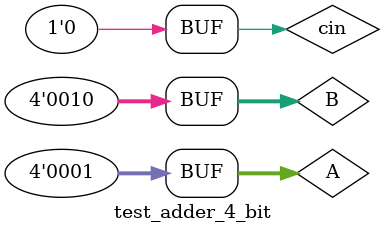
<source format=v>

module adder_4_bit(cout,Sum,A,B,cin);
    output [3:0] Sum;
    output cout;
    input [3:0] A;
    input [3:0] B;
    input cin;
    assign {cout,Sum}=A+B+cin;
endmodule

// test bench code

module test_adder_4_bit();
    wire [3:0] Sum;
    wire cout;
    reg [3:0] A;
    reg [3:0] B;
    reg cin;
    adder_4_bit G(cout,Sum,A,B,cin);
    initial
	begin
	    A=4'b0111;B=4'b1110;cin=0;
	    #100 A=4'b0001;B=4'b0010;cin=0;
	end
endmodule

</source>
